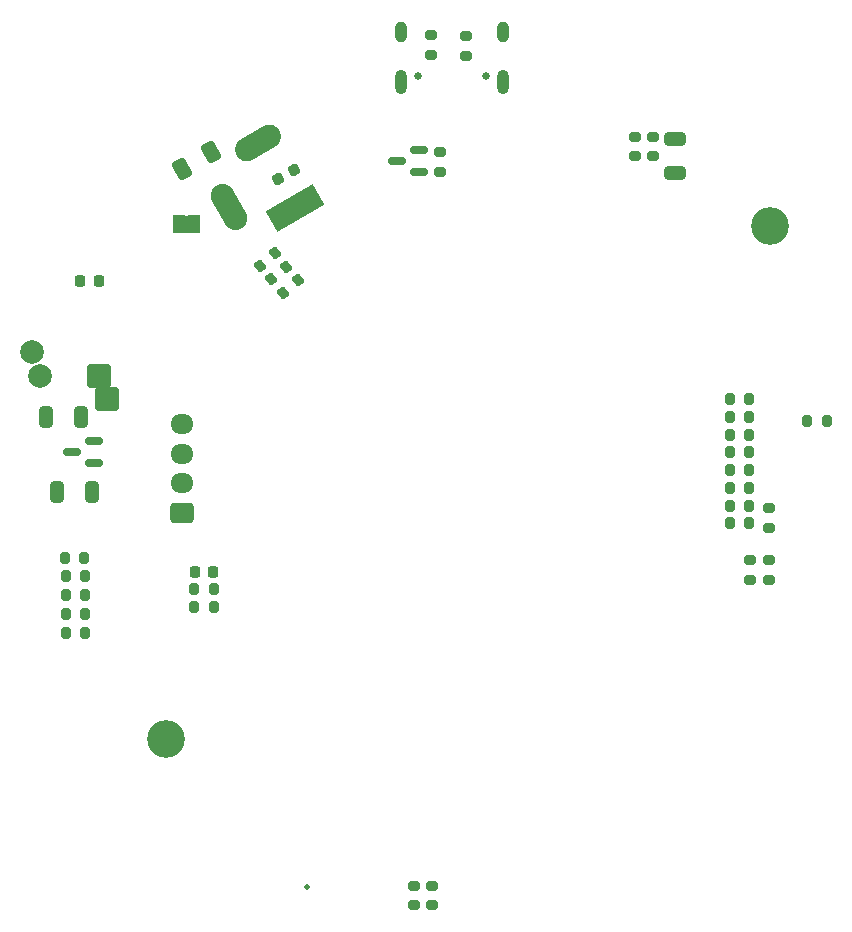
<source format=gbs>
%TF.GenerationSoftware,KiCad,Pcbnew,9.0.2*%
%TF.CreationDate,2026-02-22T16:58:41+01:00*%
%TF.ProjectId,LumiCtrl,4c756d69-4374-4726-9c2e-6b696361645f,rev11*%
%TF.SameCoordinates,Original*%
%TF.FileFunction,Soldermask,Bot*%
%TF.FilePolarity,Negative*%
%FSLAX46Y46*%
G04 Gerber Fmt 4.6, Leading zero omitted, Abs format (unit mm)*
G04 Created by KiCad (PCBNEW 9.0.2) date 2026-02-22 16:58:41*
%MOMM*%
%LPD*%
G01*
G04 APERTURE LIST*
G04 Aperture macros list*
%AMRoundRect*
0 Rectangle with rounded corners*
0 $1 Rounding radius*
0 $2 $3 $4 $5 $6 $7 $8 $9 X,Y pos of 4 corners*
0 Add a 4 corners polygon primitive as box body*
4,1,4,$2,$3,$4,$5,$6,$7,$8,$9,$2,$3,0*
0 Add four circle primitives for the rounded corners*
1,1,$1+$1,$2,$3*
1,1,$1+$1,$4,$5*
1,1,$1+$1,$6,$7*
1,1,$1+$1,$8,$9*
0 Add four rect primitives between the rounded corners*
20,1,$1+$1,$2,$3,$4,$5,0*
20,1,$1+$1,$4,$5,$6,$7,0*
20,1,$1+$1,$6,$7,$8,$9,0*
20,1,$1+$1,$8,$9,$2,$3,0*%
%AMHorizOval*
0 Thick line with rounded ends*
0 $1 width*
0 $2 $3 position (X,Y) of the first rounded end (center of the circle)*
0 $4 $5 position (X,Y) of the second rounded end (center of the circle)*
0 Add line between two ends*
20,1,$1,$2,$3,$4,$5,0*
0 Add two circle primitives to create the rounded ends*
1,1,$1,$2,$3*
1,1,$1,$4,$5*%
%AMRotRect*
0 Rectangle, with rotation*
0 The origin of the aperture is its center*
0 $1 length*
0 $2 width*
0 $3 Rotation angle, in degrees counterclockwise*
0 Add horizontal line*
21,1,$1,$2,0,0,$3*%
G04 Aperture macros list end*
%ADD10C,3.200000*%
%ADD11RotRect,4.600000X2.000000X210.000000*%
%ADD12HorizOval,2.000000X-0.952628X-0.550000X0.952628X0.550000X0*%
%ADD13HorizOval,2.000000X-0.550000X0.952628X0.550000X-0.952628X0*%
%ADD14C,0.500000*%
%ADD15RoundRect,0.250000X0.750000X0.750000X-0.750000X0.750000X-0.750000X-0.750000X0.750000X-0.750000X0*%
%ADD16C,2.000000*%
%ADD17C,0.650000*%
%ADD18O,1.000000X2.100000*%
%ADD19O,1.000000X1.800000*%
%ADD20RoundRect,0.250000X0.650000X-0.325000X0.650000X0.325000X-0.650000X0.325000X-0.650000X-0.325000X0*%
%ADD21RoundRect,0.200000X0.200000X0.275000X-0.200000X0.275000X-0.200000X-0.275000X0.200000X-0.275000X0*%
%ADD22RoundRect,0.200000X-0.023558X0.339220X-0.329975X0.082105X0.023558X-0.339220X0.329975X-0.082105X0*%
%ADD23RoundRect,0.200000X0.275000X-0.200000X0.275000X0.200000X-0.275000X0.200000X-0.275000X-0.200000X0*%
%ADD24RoundRect,0.200000X-0.275000X0.200000X-0.275000X-0.200000X0.275000X-0.200000X0.275000X0.200000X0*%
%ADD25RoundRect,0.200000X-0.200000X-0.275000X0.200000X-0.275000X0.200000X0.275000X-0.200000X0.275000X0*%
%ADD26RoundRect,0.250000X0.325000X0.650000X-0.325000X0.650000X-0.325000X-0.650000X0.325000X-0.650000X0*%
%ADD27RoundRect,0.225000X-0.225000X-0.250000X0.225000X-0.250000X0.225000X0.250000X-0.225000X0.250000X0*%
%ADD28RoundRect,0.200000X0.023558X-0.339220X0.329975X-0.082105X-0.023558X0.339220X-0.329975X0.082105X0*%
%ADD29R,1.000000X1.500000*%
%ADD30RoundRect,0.250000X0.012260X0.728766X-0.637260X0.353766X-0.012260X-0.728766X0.637260X-0.353766X0*%
%ADD31RoundRect,0.225000X0.225000X0.250000X-0.225000X0.250000X-0.225000X-0.250000X0.225000X-0.250000X0*%
%ADD32RoundRect,0.225000X-0.069856X-0.329006X0.319856X-0.104006X0.069856X0.329006X-0.319856X0.104006X0*%
%ADD33RoundRect,0.250000X0.725000X-0.600000X0.725000X0.600000X-0.725000X0.600000X-0.725000X-0.600000X0*%
%ADD34O,1.950000X1.700000*%
%ADD35RoundRect,0.150000X0.587500X0.150000X-0.587500X0.150000X-0.587500X-0.150000X0.587500X-0.150000X0*%
G04 APERTURE END LIST*
%TO.C,JP1*%
G36*
X77650000Y-78450000D02*
G01*
X77350000Y-78450000D01*
X77350000Y-79950000D01*
X77650000Y-79950000D01*
X77650000Y-78450000D01*
G37*
%TD*%
D10*
%TO.C,H1*%
X126900000Y-79300000D03*
%TD*%
D11*
%TO.C,J1*%
X86700000Y-77800000D03*
D12*
X83550000Y-72344040D03*
D13*
X81093078Y-77688526D03*
%TD*%
D10*
%TO.C,H2*%
X75800000Y-122800000D03*
%TD*%
D14*
%TO.C,MK1*%
X87725000Y-135325000D03*
%TD*%
D15*
%TO.C,C18*%
X70772144Y-94000000D03*
X70100000Y-92000000D03*
D16*
X65100000Y-92000000D03*
X64427856Y-90000000D03*
%TD*%
D17*
%TO.C,J4*%
X102870000Y-66625000D03*
X97090000Y-66625000D03*
D18*
X104300000Y-67125000D03*
D19*
X104300000Y-62945000D03*
D18*
X95660000Y-67125000D03*
D19*
X95660000Y-62945000D03*
%TD*%
D20*
%TO.C,C12*%
X118900000Y-74875000D03*
X118900000Y-71925000D03*
%TD*%
D21*
%TO.C,R45*%
X125146916Y-103003722D03*
X123496916Y-103003722D03*
%TD*%
%TO.C,R46*%
X125145894Y-104500000D03*
X123495894Y-104500000D03*
%TD*%
D22*
%TO.C,R24*%
X85931987Y-82769700D03*
X84668013Y-83830300D03*
%TD*%
D23*
%TO.C,R19*%
X117000000Y-73425000D03*
X117000000Y-71775000D03*
%TD*%
D21*
%TO.C,R44*%
X131725000Y-95850000D03*
X130075000Y-95850000D03*
%TD*%
D24*
%TO.C,R28*%
X99000000Y-73075000D03*
X99000000Y-74725000D03*
%TD*%
D25*
%TO.C,R52*%
X123500000Y-101500000D03*
X125150000Y-101500000D03*
%TD*%
D23*
%TO.C,R5*%
X98300000Y-136825000D03*
X98300000Y-135175000D03*
%TD*%
D26*
%TO.C,C25*%
X68550000Y-95500000D03*
X65600000Y-95500000D03*
%TD*%
D25*
%TO.C,R22*%
X67275000Y-109000000D03*
X68925000Y-109000000D03*
%TD*%
D27*
%TO.C,C20*%
X68525000Y-84000000D03*
X70075000Y-84000000D03*
%TD*%
D28*
%TO.C,R23*%
X83727620Y-82700001D03*
X84991592Y-81639399D03*
%TD*%
D24*
%TO.C,R11*%
X98200000Y-63195000D03*
X98200000Y-64845000D03*
%TD*%
D23*
%TO.C,R70*%
X126800000Y-104875000D03*
X126800000Y-103225000D03*
%TD*%
D25*
%TO.C,R33*%
X78147382Y-110090000D03*
X79797382Y-110090000D03*
%TD*%
D28*
%TO.C,R25*%
X85640208Y-84989479D03*
X86904182Y-83928879D03*
%TD*%
D25*
%TO.C,R51*%
X123500000Y-100000000D03*
X125150000Y-100000000D03*
%TD*%
D23*
%TO.C,R7*%
X96800000Y-136825000D03*
X96800000Y-135175000D03*
%TD*%
D29*
%TO.C,JP1*%
X78150000Y-79200000D03*
X76850000Y-79200000D03*
%TD*%
D30*
%TO.C,F1*%
X79562436Y-73100000D03*
X77137564Y-74500000D03*
%TD*%
D24*
%TO.C,R48*%
X126800000Y-107625000D03*
X126800000Y-109275000D03*
%TD*%
D21*
%TO.C,R54*%
X68825000Y-107400000D03*
X67175000Y-107400000D03*
%TD*%
D31*
%TO.C,C23*%
X79747382Y-108600000D03*
X78197382Y-108600000D03*
%TD*%
D21*
%TO.C,R32*%
X79797382Y-111600000D03*
X78147382Y-111600000D03*
%TD*%
D25*
%TO.C,R41*%
X123500000Y-97000000D03*
X125150000Y-97000000D03*
%TD*%
D21*
%TO.C,R15*%
X68925000Y-110600000D03*
X67275000Y-110600000D03*
%TD*%
D24*
%TO.C,R69*%
X125250000Y-107625000D03*
X125250000Y-109275000D03*
%TD*%
D25*
%TO.C,R49*%
X123500000Y-94000000D03*
X125150000Y-94000000D03*
%TD*%
D32*
%TO.C,C10*%
X85278830Y-75387500D03*
X86621170Y-74612500D03*
%TD*%
D24*
%TO.C,R12*%
X101200000Y-63275000D03*
X101200000Y-64925000D03*
%TD*%
D25*
%TO.C,R50*%
X123500000Y-95500000D03*
X125150000Y-95500000D03*
%TD*%
D26*
%TO.C,C26*%
X69524100Y-101849999D03*
X66574100Y-101849999D03*
%TD*%
D24*
%TO.C,R18*%
X115500000Y-71775000D03*
X115500000Y-73425000D03*
%TD*%
D33*
%TO.C,J3*%
X77125000Y-103600000D03*
D34*
X77125000Y-101100000D03*
X77125000Y-98600000D03*
X77125000Y-96100000D03*
%TD*%
D25*
%TO.C,R43*%
X123500000Y-98499274D03*
X125150000Y-98499274D03*
%TD*%
D35*
%TO.C,Q1*%
X97200000Y-72900000D03*
X97200000Y-74800000D03*
X95325000Y-73850000D03*
%TD*%
D21*
%TO.C,R57*%
X68925000Y-112200000D03*
X67275000Y-112200000D03*
%TD*%
%TO.C,R16*%
X68937500Y-113800000D03*
X67287500Y-113800000D03*
%TD*%
D35*
%TO.C,U8*%
X69700000Y-97500000D03*
X69700000Y-99400000D03*
X67825000Y-98450000D03*
%TD*%
M02*

</source>
